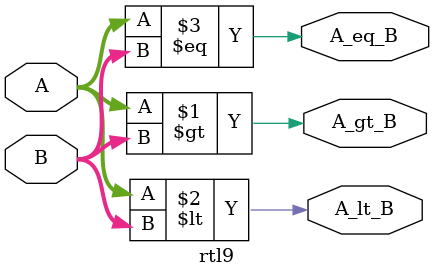
<source format=v>
module rtl9 (input [3:0] A, B, output A_gt_B, A_lt_B, A_eq_B);
    assign A_gt_B = (A > B);
    assign A_lt_B = (A < B);
    assign A_eq_B = (A == B);
endmodule


</source>
